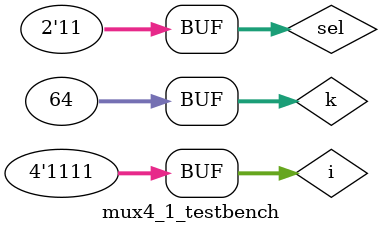
<source format=sv>
`timescale 1ps/1ps
module mux4_1(out, i, sel);
	input logic [1:0] sel;
	input logic [3:0] i;
	output logic out;
	
	logic w0, w1;
	
	mux2_1 m0 (.out(w0), .i0(i[0]), .i1(i[1]), .sel(sel[0]));
	mux2_1 m1 (.out(w1), .i0(i[2]), .i1(i[3]), .sel(sel[0]));
	mux2_1 m2 (.out, .i0(w0), .i1(w1), .sel(sel[1]));
	
endmodule

module mux4_1_testbench();
	logic [3:0] i;
	logic [1:0] sel;
	logic out;
	
	mux4_1 dut (.out, .i, .sel);
	
	integer k;
	initial begin
		// with gate delay of 50 ps
		// the new output from the 4x1mux has a delay of 300 ps
		for (k=0; k<64; k++) begin
			// test all possible combination of i and sel
			{sel, i} = k; #350;
		end
							  #350;
	end
endmodule


</source>
